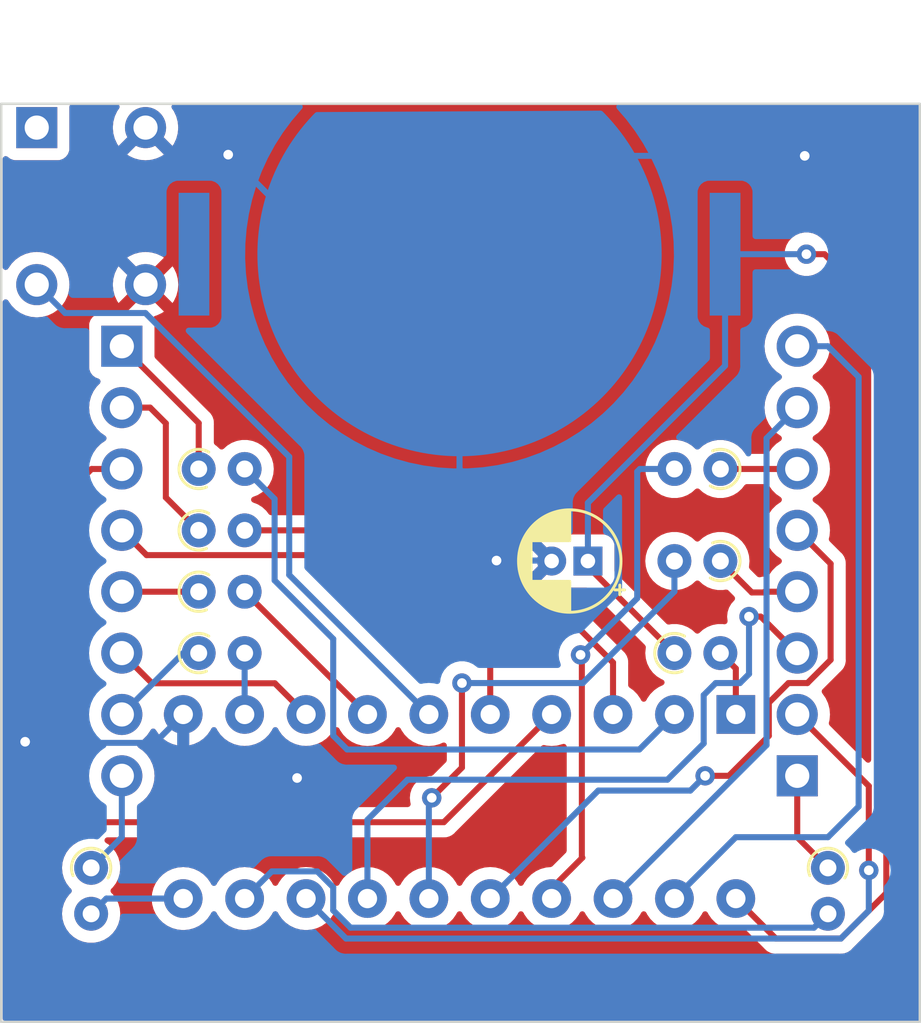
<source format=kicad_pcb>
(kicad_pcb (version 20221018) (generator pcbnew)
  (layers (0 "F.Cu" signal) (31 "B.Cu" signal) (34 "B.Paste" user) (35 "F.Paste" user) (36 "B.SilkS" user "B.Silkscreen") (37 "F.SilkS" user "F.Silkscreen") (38 "B.Mask" user) (39 "F.Mask" user) (44 "Edge.Cuts" user))
  (net 0 "")
  (net 1 "+3V0")
  (net 2 "GND")
  (net 3 "Net-(J1-Pin_1)")
  (net 4 "Net-(J1-Pin_2)")
  (net 5 "COL2")
  (net 6 "COL3")
  (net 7 "Net-(J1-Pin_5)")
  (net 8 "COL5")
  (net 9 "Net-(J1-Pin_7)")
  (net 10 "Net-(J1-Pin_8)")
  (net 11 "Net-(J2-Pin_1)")
  (net 12 "COL4")
  (net 13 "COL6")
  (net 14 "Net-(J2-Pin_4)")
  (net 15 "COL1")
  (net 16 "Net-(J2-Pin_6)")
  (net 17 "COL7")
  (net 18 "COL8")
  (net 19 "ROW1")
  (net 20 "ROW2")
  (net 21 "ROW3")
  (net 22 "ROW4")
  (net 23 "ROW5")
  (net 24 "ROW6")
  (net 25 "ROW7")
  (net 26 "ROW8")
  (net 27 "Net-(U1-PA2{slash}~{RESET})")
  (net 28 "Net-(U1-PD2)")
  (footprint "Resistor_THT:R_Axial_DIN0204_L3.6mm_D1.6mm_P1.90mm_Vertical" (layer "F.Cu") (at 158.26 101.27 180)
    (fp_text reference "R4" hide)
    (fp_text value "100R" hide)
    (fp_arc (start 0.320095 0.749359) (mid -0.813042 -0.054435) (end 0.417133 -0.7) (stroke (width 0.12)) (layer "F.SilkS"))
    (pad "1" thru_hole circle (at 0 0 180) (size 1.4 1.4) (drill 0.7) (layers "*.Cu" "*.Mask") (net 14 "Net-(J2-Pin_4)"))
    (pad "2" thru_hole oval (at 1.9 0 180) (size 1.4 1.4) (drill 0.7) (layers "*.Cu" "*.Mask") (net 22 "ROW4"))
  )
  (footprint "Resistor_THT:R_Axial_DIN0204_L3.6mm_D1.6mm_P1.90mm_Vertical" (layer "F.Cu") (at 156.36 105.08)
    (fp_text reference "R9" hide)
    (fp_text value "10K" hide)
    (fp_arc (start 0.320095 0.749359) (mid -0.813042 -0.054435) (end 0.417133 -0.7) (stroke (width 0.12)) (layer "F.SilkS"))
    (pad "1" thru_hole circle (at 0 0) (size 1.4 1.4) (drill 0.7) (layers "*.Cu" "*.Mask") (net 1 "+3V0"))
    (pad "2" thru_hole oval (at 1.9 0) (size 1.4 1.4) (drill 0.7) (layers "*.Cu" "*.Mask") (net 27 "Net-(U1-PA2{slash}~{RESET})"))
  )
  (footprint "Resistor_THT:R_Axial_DIN0204_L3.6mm_D1.6mm_P1.90mm_Vertical" (layer "F.Cu") (at 136.68 102.54)
    (fp_text reference "R8" hide)
    (fp_text value "100R" hide)
    (fp_arc (start 0.320095 0.749359) (mid -0.813042 -0.054435) (end 0.417133 -0.7) (stroke (width 0.12)) (layer "F.SilkS"))
    (pad "1" thru_hole circle (at 0 0) (size 1.4 1.4) (drill 0.7) (layers "*.Cu" "*.Mask") (net 7 "Net-(J1-Pin_5)"))
    (pad "2" thru_hole oval (at 1.9 0) (size 1.4 1.4) (drill 0.7) (layers "*.Cu" "*.Mask") (net 26 "ROW8"))
  )
  (footprint "Resistor_THT:R_Axial_DIN0204_L3.6mm_D1.6mm_P1.90mm_Vertical" (layer "F.Cu") (at 132.23 113.97 -90)
    (fp_text reference "R3" hide)
    (fp_text value "100R" hide)
    (fp_arc (start 0.320095 0.749359) (mid -0.813042 -0.054435) (end 0.417133 -0.7) (stroke (width 0.12)) (layer "F.SilkS"))
    (pad "1" thru_hole circle (at 0 0 270) (size 1.4 1.4) (drill 0.7) (layers "*.Cu" "*.Mask") (net 10 "Net-(J1-Pin_8)"))
    (pad "2" thru_hole oval (at 1.9 0 270) (size 1.4 1.4) (drill 0.7) (layers "*.Cu" "*.Mask") (net 21 "ROW3"))
  )
  (footprint "Resistor_THT:R_Axial_DIN0204_L3.6mm_D1.6mm_P1.90mm_Vertical" (layer "F.Cu") (at 158.26 97.46 180)
    (fp_text reference "R2" hide)
    (fp_text value "100R" hide)
    (fp_arc (start 0.320095 0.749359) (mid -0.813042 -0.054435) (end 0.417133 -0.7) (stroke (width 0.12)) (layer "F.SilkS"))
    (pad "1" thru_hole circle (at 0 0 180) (size 1.4 1.4) (drill 0.7) (layers "*.Cu" "*.Mask") (net 16 "Net-(J2-Pin_6)"))
    (pad "2" thru_hole oval (at 1.9 0 180) (size 1.4 1.4) (drill 0.7) (layers "*.Cu" "*.Mask") (net 20 "ROW2"))
  )
  (footprint "Resistor_THT:R_Axial_DIN0204_L3.6mm_D1.6mm_P1.90mm_Vertical" (layer "F.Cu") (at 136.68 97.46)
    (fp_text reference "R5" hide)
    (fp_text value "100R" hide)
    (fp_arc (start 0.320095 0.749359) (mid -0.813042 -0.054435) (end 0.417133 -0.7) (stroke (width 0.12)) (layer "F.SilkS"))
    (pad "1" thru_hole circle (at 0 0) (size 1.4 1.4) (drill 0.7) (layers "*.Cu" "*.Mask") (net 3 "Net-(J1-Pin_1)"))
    (pad "2" thru_hole oval (at 1.9 0) (size 1.4 1.4) (drill 0.7) (layers "*.Cu" "*.Mask") (net 23 "ROW5"))
  )
  (footprint "Resistor_THT:R_Axial_DIN0204_L3.6mm_D1.6mm_P1.90mm_Vertical" (layer "F.Cu") (at 136.68 100)
    (fp_text reference "R7" hide)
    (fp_text value "100R" hide)
    (fp_arc (start 0.320095 0.749359) (mid -0.813042 -0.054435) (end 0.417133 -0.7) (stroke (width 0.12)) (layer "F.SilkS"))
    (pad "1" thru_hole circle (at 0 0) (size 1.4 1.4) (drill 0.7) (layers "*.Cu" "*.Mask") (net 4 "Net-(J1-Pin_2)"))
    (pad "2" thru_hole oval (at 1.9 0) (size 1.4 1.4) (drill 0.7) (layers "*.Cu" "*.Mask") (net 25 "ROW7"))
  )
  (footprint "Connector_PinSocket_2.54mm:PinSocket_1x08_P2.54mm_Vertical" (layer "F.Cu") (at 161.44 110.16 180)
    (fp_text reference "J2" hide)
    (fp_text value "Conn_01x08_Pin" hide)
    (pad "1" thru_hole rect (at 0 0 180) (size 1.7 1.7) (drill 1) (layers "*.Cu" "*.Mask") (net 11 "Net-(J2-Pin_1)"))
    (pad "2" thru_hole oval (at 0 2.54 180) (size 1.7 1.7) (drill 1) (layers "*.Cu" "*.Mask") (net 12 "COL4"))
    (pad "3" thru_hole oval (at 0 5.08 180) (size 1.7 1.7) (drill 1) (layers "*.Cu" "*.Mask") (net 13 "COL6"))
    (pad "4" thru_hole oval (at 0 7.62 180) (size 1.7 1.7) (drill 1) (layers "*.Cu" "*.Mask") (net 14 "Net-(J2-Pin_4)"))
    (pad "5" thru_hole oval (at 0 10.16 180) (size 1.7 1.7) (drill 1) (layers "*.Cu" "*.Mask") (net 15 "COL1"))
    (pad "6" thru_hole oval (at 0 12.7 180) (size 1.7 1.7) (drill 1) (layers "*.Cu" "*.Mask") (net 16 "Net-(J2-Pin_6)"))
    (pad "7" thru_hole oval (at 0 15.24 180) (size 1.7 1.7) (drill 1) (layers "*.Cu" "*.Mask") (net 17 "COL7"))
    (pad "8" thru_hole oval (at 0 17.78 180) (size 1.7 1.7) (drill 1) (layers "*.Cu" "*.Mask") (net 18 "COL8"))
  )
  (footprint "Capacitor_THT:CP_Radial_D4.0mm_P1.50mm" (layer "F.Cu") (at 152.78 101.27 180)
    (fp_text reference "C1" hide)
    (fp_text value "10uF" hide)
    (fp_line (start -1.519801 -1.195) (end -1.119801 -1.195) (stroke (width 0.12)) (layer "F.SilkS"))
    (fp_line (start -1.319801 -1.395) (end -1.319801 -0.995) (stroke (width 0.12)) (layer "F.SilkS"))
    (fp_line (start 0.75 -2.08) (end 0.75 -0.84) (stroke (width 0.12)) (layer "F.SilkS"))
    (fp_line (start 0.75 0.84) (end 0.75 2.08) (stroke (width 0.12)) (layer "F.SilkS"))
    (fp_line (start 0.79 -2.08) (end 0.79 -0.84) (stroke (width 0.12)) (layer "F.SilkS"))
    (fp_line (start 0.79 0.84) (end 0.79 2.08) (stroke (width 0.12)) (layer "F.SilkS"))
    (fp_line (start 0.83 -2.079) (end 0.83 -0.84) (stroke (width 0.12)) (layer "F.SilkS"))
    (fp_line (start 0.83 0.84) (end 0.83 2.079) (stroke (width 0.12)) (layer "F.SilkS"))
    (fp_line (start 0.87 -2.077) (end 0.87 -0.84) (stroke (width 0.12)) (layer "F.SilkS"))
    (fp_line (start 0.87 0.84) (end 0.87 2.077) (stroke (width 0.12)) (layer "F.SilkS"))
    (fp_line (start 0.91 -2.074) (end 0.91 -0.84) (stroke (width 0.12)) (layer "F.SilkS"))
    (fp_line (start 0.91 0.84) (end 0.91 2.074) (stroke (width 0.12)) (layer "F.SilkS"))
    (fp_line (start 0.95 -2.071) (end 0.95 -0.84) (stroke (width 0.12)) (layer "F.SilkS"))
    (fp_line (start 0.95 0.84) (end 0.95 2.071) (stroke (width 0.12)) (layer "F.SilkS"))
    (fp_line (start 0.99 -2.067) (end 0.99 -0.84) (stroke (width 0.12)) (layer "F.SilkS"))
    (fp_line (start 0.99 0.84) (end 0.99 2.067) (stroke (width 0.12)) (layer "F.SilkS"))
    (fp_line (start 1.03 -2.062) (end 1.03 -0.84) (stroke (width 0.12)) (layer "F.SilkS"))
    (fp_line (start 1.03 0.84) (end 1.03 2.062) (stroke (width 0.12)) (layer "F.SilkS"))
    (fp_line (start 1.07 -2.056) (end 1.07 -0.84) (stroke (width 0.12)) (layer "F.SilkS"))
    (fp_line (start 1.07 0.84) (end 1.07 2.056) (stroke (width 0.12)) (layer "F.SilkS"))
    (fp_line (start 1.11 -2.05) (end 1.11 -0.84) (stroke (width 0.12)) (layer "F.SilkS"))
    (fp_line (start 1.11 0.84) (end 1.11 2.05) (stroke (width 0.12)) (layer "F.SilkS"))
    (fp_line (start 1.15 -2.042) (end 1.15 -0.84) (stroke (width 0.12)) (layer "F.SilkS"))
    (fp_line (start 1.15 0.84) (end 1.15 2.042) (stroke (width 0.12)) (layer "F.SilkS"))
    (fp_line (start 1.19 -2.034) (end 1.19 -0.84) (stroke (width 0.12)) (layer "F.SilkS"))
    (fp_line (start 1.19 0.84) (end 1.19 2.034) (stroke (width 0.12)) (layer "F.SilkS"))
    (fp_line (start 1.23 -2.025) (end 1.23 -0.84) (stroke (width 0.12)) (layer "F.SilkS"))
    (fp_line (start 1.23 0.84) (end 1.23 2.025) (stroke (width 0.12)) (layer "F.SilkS"))
    (fp_line (start 1.27 -2.016) (end 1.27 -0.84) (stroke (width 0.12)) (layer "F.SilkS"))
    (fp_line (start 1.27 0.84) (end 1.27 2.016) (stroke (width 0.12)) (layer "F.SilkS"))
    (fp_line (start 1.31 -2.005) (end 1.31 -0.84) (stroke (width 0.12)) (layer "F.SilkS"))
    (fp_line (start 1.31 0.84) (end 1.31 2.005) (stroke (width 0.12)) (layer "F.SilkS"))
    (fp_line (start 1.35 -1.994) (end 1.35 -0.84) (stroke (width 0.12)) (layer "F.SilkS"))
    (fp_line (start 1.35 0.84) (end 1.35 1.994) (stroke (width 0.12)) (layer "F.SilkS"))
    (fp_line (start 1.39 -1.982) (end 1.39 -0.84) (stroke (width 0.12)) (layer "F.SilkS"))
    (fp_line (start 1.39 0.84) (end 1.39 1.982) (stroke (width 0.12)) (layer "F.SilkS"))
    (fp_line (start 1.43 -1.968) (end 1.43 -0.84) (stroke (width 0.12)) (layer "F.SilkS"))
    (fp_line (start 1.43 0.84) (end 1.43 1.968) (stroke (width 0.12)) (layer "F.SilkS"))
    (fp_line (start 1.471 -1.954) (end 1.471 -0.84) (stroke (width 0.12)) (layer "F.SilkS"))
    (fp_line (start 1.471 0.84) (end 1.471 1.954) (stroke (width 0.12)) (layer "F.SilkS"))
    (fp_line (start 1.511 -1.94) (end 1.511 -0.84) (stroke (width 0.12)) (layer "F.SilkS"))
    (fp_line (start 1.511 0.84) (end 1.511 1.94) (stroke (width 0.12)) (layer "F.SilkS"))
    (fp_line (start 1.551 -1.924) (end 1.551 -0.84) (stroke (width 0.12)) (layer "F.SilkS"))
    (fp_line (start 1.551 0.84) (end 1.551 1.924) (stroke (width 0.12)) (layer "F.SilkS"))
    (fp_line (start 1.591 -1.907) (end 1.591 -0.84) (stroke (width 0.12)) (layer "F.SilkS"))
    (fp_line (start 1.591 0.84) (end 1.591 1.907) (stroke (width 0.12)) (layer "F.SilkS"))
    (fp_line (start 1.631 -1.889) (end 1.631 -0.84) (stroke (width 0.12)) (layer "F.SilkS"))
    (fp_line (start 1.631 0.84) (end 1.631 1.889) (stroke (width 0.12)) (layer "F.SilkS"))
    (fp_line (start 1.671 -1.87) (end 1.671 -0.84) (stroke (width 0.12)) (layer "F.SilkS"))
    (fp_line (start 1.671 0.84) (end 1.671 1.87) (stroke (width 0.12)) (layer "F.SilkS"))
    (fp_line (start 1.711 -1.851) (end 1.711 -0.84) (stroke (width 0.12)) (layer "F.SilkS"))
    (fp_line (start 1.711 0.84) (end 1.711 1.851) (stroke (width 0.12)) (layer "F.SilkS"))
    (fp_line (start 1.751 -1.83) (end 1.751 -0.84) (stroke (width 0.12)) (layer "F.SilkS"))
    (fp_line (start 1.751 0.84) (end 1.751 1.83) (stroke (width 0.12)) (layer "F.SilkS"))
    (fp_line (start 1.791 -1.808) (end 1.791 -0.84) (stroke (width 0.12)) (layer "F.SilkS"))
    (fp_line (start 1.791 0.84) (end 1.791 1.808) (stroke (width 0.12)) (layer "F.SilkS"))
    (fp_line (start 1.831 -1.785) (end 1.831 -0.84) (stroke (width 0.12)) (layer "F.SilkS"))
    (fp_line (start 1.831 0.84) (end 1.831 1.785) (stroke (width 0.12)) (layer "F.SilkS"))
    (fp_line (start 1.871 -1.76) (end 1.871 -0.84) (stroke (width 0.12)) (layer "F.SilkS"))
    (fp_line (start 1.871 0.84) (end 1.871 1.76) (stroke (width 0.12)) (layer "F.SilkS"))
    (fp_line (start 1.911 -1.735) (end 1.911 -0.84) (stroke (width 0.12)) (layer "F.SilkS"))
    (fp_line (start 1.911 0.84) (end 1.911 1.735) (stroke (width 0.12)) (layer "F.SilkS"))
    (fp_line (start 1.951 -1.708) (end 1.951 -0.84) (stroke (width 0.12)) (layer "F.SilkS"))
    (fp_line (start 1.951 0.84) (end 1.951 1.708) (stroke (width 0.12)) (layer "F.SilkS"))
    (fp_line (start 1.991 -1.68) (end 1.991 -0.84) (stroke (width 0.12)) (layer "F.SilkS"))
    (fp_line (start 1.991 0.84) (end 1.991 1.68) (stroke (width 0.12)) (layer "F.SilkS"))
    (fp_line (start 2.031 -1.65) (end 2.031 -0.84) (stroke (width 0.12)) (layer "F.SilkS"))
    (fp_line (start 2.031 0.84) (end 2.031 1.65) (stroke (width 0.12)) (layer "F.SilkS"))
    (fp_line (start 2.071 -1.619) (end 2.071 -0.84) (stroke (width 0.12)) (layer "F.SilkS"))
    (fp_line (start 2.071 0.84) (end 2.071 1.619) (stroke (width 0.12)) (layer "F.SilkS"))
    (fp_line (start 2.111 -1.587) (end 2.111 -0.84) (stroke (width 0.12)) (layer "F.SilkS"))
    (fp_line (start 2.111 0.84) (end 2.111 1.587) (stroke (width 0.12)) (layer "F.SilkS"))
    (fp_line (start 2.151 -1.552) (end 2.151 -0.84) (stroke (width 0.12)) (layer "F.SilkS"))
    (fp_line (start 2.151 0.84) (end 2.151 1.552) (stroke (width 0.12)) (layer "F.SilkS"))
    (fp_line (start 2.191 -1.516) (end 2.191 -0.84) (stroke (width 0.12)) (layer "F.SilkS"))
    (fp_line (start 2.191 0.84) (end 2.191 1.516) (stroke (width 0.12)) (layer "F.SilkS"))
    (fp_line (start 2.231 -1.478) (end 2.231 -0.84) (stroke (width 0.12)) (layer "F.SilkS"))
    (fp_line (start 2.231 0.84) (end 2.231 1.478) (stroke (width 0.12)) (layer "F.SilkS"))
    (fp_line (start 2.271 -1.438) (end 2.271 -0.84) (stroke (width 0.12)) (layer "F.SilkS"))
    (fp_line (start 2.271 0.84) (end 2.271 1.438) (stroke (width 0.12)) (layer "F.SilkS"))
    (fp_line (start 2.311 -1.396) (end 2.311 -0.84) (stroke (width 0.12)) (layer "F.SilkS"))
    (fp_line (start 2.311 0.84) (end 2.311 1.396) (stroke (width 0.12)) (layer "F.SilkS"))
    (fp_line (start 2.351 -1.351) (end 2.351 1.351) (stroke (width 0.12)) (layer "F.SilkS"))
    (fp_line (start 2.391 -1.304) (end 2.391 1.304) (stroke (width 0.12)) (layer "F.SilkS"))
    (fp_line (start 2.431 -1.254) (end 2.431 1.254) (stroke (width 0.12)) (layer "F.SilkS"))
    (fp_line (start 2.471 -1.2) (end 2.471 1.2) (stroke (width 0.12)) (layer "F.SilkS"))
    (fp_line (start 2.511 -1.142) (end 2.511 1.142) (stroke (width 0.12)) (layer "F.SilkS"))
    (fp_line (start 2.551 -1.08) (end 2.551 1.08) (stroke (width 0.12)) (layer "F.SilkS"))
    (fp_line (start 2.591 -1.013) (end 2.591 1.013) (stroke (width 0.12)) (layer "F.SilkS"))
    (fp_line (start 2.631 -0.94) (end 2.631 0.94) (stroke (width 0.12)) (layer "F.SilkS"))
    (fp_line (start 2.671 -0.859) (end 2.671 0.859) (stroke (width 0.12)) (layer "F.SilkS"))
    (fp_line (start 2.711 -0.768) (end 2.711 0.768) (stroke (width 0.12)) (layer "F.SilkS"))
    (fp_line (start 2.751 -0.664) (end 2.751 0.664) (stroke (width 0.12)) (layer "F.SilkS"))
    (fp_line (start 2.791 -0.537) (end 2.791 0.537) (stroke (width 0.12)) (layer "F.SilkS"))
    (fp_line (start 2.831 -0.37) (end 2.831 0.37) (stroke (width 0.12)) (layer "F.SilkS"))
    (fp_circle (center 0.75 0) (end 2.87 0) (stroke (width 0.12)) (fill none) (layer "F.SilkS"))
    (pad "1" thru_hole rect (at 0 0 180) (size 1.2 1.2) (drill 0.6) (layers "*.Cu" "*.Mask") (net 1 "+3V0"))
    (pad "2" thru_hole circle (at 1.5 0 180) (size 1.2 1.2) (drill 0.6) (layers "*.Cu" "*.Mask") (net 2 "GND"))
  )
  (footprint "Resistor_THT:R_Axial_DIN0204_L3.6mm_D1.6mm_P1.90mm_Vertical" (layer "F.Cu") (at 136.68 105.08)
    (fp_text reference "R6" hide)
    (fp_text value "100R" hide)
    (fp_arc (start 0.320095 0.749359) (mid -0.813042 -0.054435) (end 0.417133 -0.7) (stroke (width 0.12)) (layer "F.SilkS"))
    (pad "1" thru_hole circle (at 0 0) (size 1.4 1.4) (drill 0.7) (layers "*.Cu" "*.Mask") (net 9 "Net-(J1-Pin_7)"))
    (pad "2" thru_hole oval (at 1.9 0) (size 1.4 1.4) (drill 0.7) (layers "*.Cu" "*.Mask") (net 24 "ROW6"))
  )
  (footprint "Connector_PinSocket_2.54mm:PinSocket_1x08_P2.54mm_Vertical" (layer "F.Cu") (at 133.5 92.38)
    (fp_text reference "J1" hide)
    (fp_text value "Conn_01x08_Pin" hide)
    (pad "1" thru_hole rect (at 0 0) (size 1.7 1.7) (drill 1) (layers "*.Cu" "*.Mask") (net 3 "Net-(J1-Pin_1)"))
    (pad "2" thru_hole oval (at 0 2.54) (size 1.7 1.7) (drill 1) (layers "*.Cu" "*.Mask") (net 4 "Net-(J1-Pin_2)"))
    (pad "3" thru_hole oval (at 0 5.08) (size 1.7 1.7) (drill 1) (layers "*.Cu" "*.Mask") (net 5 "COL2"))
    (pad "4" thru_hole oval (at 0 7.62) (size 1.7 1.7) (drill 1) (layers "*.Cu" "*.Mask") (net 6 "COL3"))
    (pad "5" thru_hole oval (at 0 10.16) (size 1.7 1.7) (drill 1) (layers "*.Cu" "*.Mask") (net 7 "Net-(J1-Pin_5)"))
    (pad "6" thru_hole oval (at 0 12.7) (size 1.7 1.7) (drill 1) (layers "*.Cu" "*.Mask") (net 8 "COL5"))
    (pad "7" thru_hole oval (at 0 15.24) (size 1.7 1.7) (drill 1) (layers "*.Cu" "*.Mask") (net 9 "Net-(J1-Pin_7)"))
    (pad "8" thru_hole oval (at 0 17.78) (size 1.7 1.7) (drill 1) (layers "*.Cu" "*.Mask") (net 10 "Net-(J1-Pin_8)"))
  )
  (footprint "Package_DIP:DIP-20_W7.62mm" (layer "F.Cu") (at 158.9 107.62 -90)
    (fp_text reference "U1" hide)
    (fp_text value "ATtiny2313-20P" hide)
    (pad "1" thru_hole rect (at 0 0 270) (size 1.6 1.6) (drill 0.8) (layers "*.Cu" "*.Mask") (net 27 "Net-(U1-PA2{slash}~{RESET})"))
    (pad "2" thru_hole oval (at 0 2.54 270) (size 1.6 1.6) (drill 0.8) (layers "*.Cu" "*.Mask") (net 23 "ROW5"))
    (pad "3" thru_hole oval (at 0 5.08 270) (size 1.6 1.6) (drill 0.8) (layers "*.Cu" "*.Mask") (net 25 "ROW7"))
    (pad "4" thru_hole oval (at 0 7.62 270) (size 1.6 1.6) (drill 0.8) (layers "*.Cu" "*.Mask") (net 5 "COL2"))
    (pad "5" thru_hole oval (at 0 10.16 270) (size 1.6 1.6) (drill 0.8) (layers "*.Cu" "*.Mask") (net 6 "COL3"))
    (pad "6" thru_hole oval (at 0 12.7 270) (size 1.6 1.6) (drill 0.8) (layers "*.Cu" "*.Mask") (net 28 "Net-(U1-PD2)"))
    (pad "7" thru_hole oval (at 0 15.24 270) (size 1.6 1.6) (drill 0.8) (layers "*.Cu" "*.Mask") (net 26 "ROW8"))
    (pad "8" thru_hole oval (at 0 17.78 270) (size 1.6 1.6) (drill 0.8) (layers "*.Cu" "*.Mask") (net 8 "COL5"))
    (pad "9" thru_hole oval (at 0 20.32 270) (size 1.6 1.6) (drill 0.8) (layers "*.Cu" "*.Mask") (net 24 "ROW6"))
    (pad "10" thru_hole oval (at 0 22.86 270) (size 1.6 1.6) (drill 0.8) (layers "*.Cu" "*.Mask") (net 2 "GND"))
    (pad "11" thru_hole oval (at 7.62 22.86 270) (size 1.6 1.6) (drill 0.8) (layers "*.Cu" "*.Mask") (net 21 "ROW3"))
    (pad "12" thru_hole oval (at 7.62 20.32 270) (size 1.6 1.6) (drill 0.8) (layers "*.Cu" "*.Mask") (net 19 "ROW1"))
    (pad "13" thru_hole oval (at 7.62 17.78 270) (size 1.6 1.6) (drill 0.8) (layers "*.Cu" "*.Mask") (net 12 "COL4"))
    (pad "14" thru_hole oval (at 7.62 15.24 270) (size 1.6 1.6) (drill 0.8) (layers "*.Cu" "*.Mask") (net 13 "COL6"))
    (pad "15" thru_hole oval (at 7.62 12.7 270) (size 1.6 1.6) (drill 0.8) (layers "*.Cu" "*.Mask") (net 22 "ROW4"))
    (pad "16" thru_hole oval (at 7.62 10.16 270) (size 1.6 1.6) (drill 0.8) (layers "*.Cu" "*.Mask") (net 15 "COL1"))
    (pad "17" thru_hole oval (at 7.62 7.62 270) (size 1.6 1.6) (drill 0.8) (layers "*.Cu" "*.Mask") (net 20 "ROW2"))
    (pad "18" thru_hole oval (at 7.62 5.08 270) (size 1.6 1.6) (drill 0.8) (layers "*.Cu" "*.Mask") (net 17 "COL7"))
    (pad "19" thru_hole oval (at 7.62 2.54 270) (size 1.6 1.6) (drill 0.8) (layers "*.Cu" "*.Mask") (net 18 "COL8"))
    (pad "20" thru_hole oval (at 7.62 0 270) (size 1.6 1.6) (drill 0.8) (layers "*.Cu" "*.Mask") (net 1 "+3V0"))
  )
  (footprint "Resistor_THT:R_Axial_DIN0204_L3.6mm_D1.6mm_P1.90mm_Vertical" (layer "F.Cu") (at 162.71 113.97 -90)
    (fp_text reference "R1" hide)
    (fp_text value "100R" hide)
    (fp_arc (start 0.320095 0.749359) (mid -0.813042 -0.054435) (end 0.417133 -0.7) (stroke (width 0.12)) (layer "F.SilkS"))
    (pad "1" thru_hole circle (at 0 0 270) (size 1.4 1.4) (drill 0.7) (layers "*.Cu" "*.Mask") (net 11 "Net-(J2-Pin_1)"))
    (pad "2" thru_hole oval (at 1.9 0 270) (size 1.4 1.4) (drill 0.7) (layers "*.Cu" "*.Mask") (net 19 "ROW1"))
  )
  (footprint "Battery:BatteryHolder_Keystone_3034_1x20mm" (layer "B.Cu") (at 147.47 88.57)
    (fp_text reference "BT1" hide)
    (fp_text value "3V" hide)
    (pad "1" smd rect (at -10.985 0) (size 1.27 5.08) (layers "B.Cu" "B.Paste" "B.Mask") (net 1 "+3V0"))
    (pad "1" smd rect (at 10.985 0) (size 1.27 5.08) (layers "B.Cu" "B.Paste" "B.Mask") (net 1 "+3V0"))
    (pad "2" smd custom (at 0 0) (size 8.385846 8.385846) (layers "B.Cu" "B.Mask") (net 2 "GND") (options (clearance outline) (anchor circle)) (primitives (gr_poly (pts (arc (start -5.900708 -5.782695) (mid 0.041724 8.26173) (end 5.842 -5.842))) (width 0.2) (fill yes))))
  )
  (footprint "Button_Switch_THT:SW_TH_Tactile_Omron_B3F-10xx" (layer "B.Cu") (at 129.98 83.33 -90)
    (fp_text reference "SW1" hide)
    (fp_text value "SW_Push" hide)
    (pad "1" thru_hole rect (at 0 0 270) (size 1.7 1.7) (drill 1) (layers "*.Cu" "*.Mask") (net 28 "Net-(U1-PD2)"))
    (pad "1" thru_hole circle (at 6.5 0 270) (size 1.7 1.7) (drill 1) (layers "*.Cu" "*.Mask") (net 28 "Net-(U1-PD2)"))
    (pad "2" thru_hole circle (at 0 -4.5 270) (size 1.7 1.7) (drill 1) (layers "*.Cu" "*.Mask") (net 2 "GND"))
    (pad "2" thru_hole circle (at 6.5 -4.5 270) (size 1.7 1.7) (drill 1) (layers "*.Cu" "*.Mask") (net 2 "GND"))
  )
  (gr_rect (start 128.51 82.345) (end 166.51 120.345) (stroke (width 0.1)) (fill none) (layer "Edge.Cuts"))
  (segment (start 165.1255 91.1255) (end 162.57 88.57) (width 0.25) (layer "F.Cu") (net 1))
  (segment (start 152.78 101.5) (end 152.78 101.27) (width 0.25) (layer "F.Cu") (net 1))
  (segment (start 163.245 116.895) (end 165.07 115.07) (width 0.25) (layer "F.Cu") (net 1))
  (segment (start 158.9 115.24) (end 160.555 116.895) (width 0.25) (layer "F.Cu") (net 1))
  (segment (start 160.555 116.895) (end 163.245 116.895) (width 0.25) (layer "F.Cu") (net 1))
  (segment (start 162.57 88.57) (end 161.82 88.57) (width 0.25) (layer "F.Cu") (net 1))
  (segment (start 156.36 105.08) (end 152.78 101.5) (width 0.25) (layer "F.Cu") (net 1))
  (segment (start 165.07 115.07) (end 165.1255 115.0145) (width 0.25) (layer "F.Cu") (net 1))
  (segment (start 165.1255 115.0145) (end 165.1255 91.1255) (width 0.25) (layer "F.Cu") (net 1))
  (via (at 161.82 88.57) (size 0.8) (drill 0.4) (layers "F.Cu" "B.Cu") (net 1))
  (segment (start 158.455 93.185) (end 158.455 88.57) (width 0.25) (layer "B.Cu") (net 1))
  (segment (start 152.78 98.86) (end 158.455 93.185) (width 0.25) (layer "B.Cu") (net 1))
  (segment (start 152.78 101.27) (end 152.78 98.86) (width 0.25) (layer "B.Cu") (net 1))
  (segment (start 161.82 88.57) (end 158.455 88.57) (width 0.25) (layer "B.Cu") (net 1))
  (via (at 140.75 110.25) (size 0.8) (drill 0.4) (layers "F.Cu" "B.Cu") (net 2))
  (via (at 161.75 84.5) (size 0.8) (drill 0.4) (layers "F.Cu" "B.Cu") (net 2))
  (via (at 137.9 84.45) (size 0.8) (drill 0.4) (layers "F.Cu" "B.Cu") (net 2))
  (via (at 149 101.25) (size 0.8) (drill 0.4) (layers "F.Cu" "B.Cu") (net 2))
  (via (at 129.5 108.75) (size 0.8) (drill 0.4) (layers "F.Cu" "B.Cu") (net 2))
  (segment (start 151.26 101.25) (end 151.28 101.27) (width 0.25) (layer "B.Cu") (net 2))
  (segment (start 147.47 88.57) (end 151.54 84.5) (width 0.25) (layer "B.Cu") (net 2))
  (segment (start 129.5 108.75) (end 129.545 108.795) (width 0.25) (layer "B.Cu") (net 2))
  (segment (start 142.02 88.57) (end 147.47 88.57) (width 0.25) (layer "B.Cu") (net 2))
  (segment (start 137.9 84.45) (end 142.02 88.57) (width 0.25) (layer "B.Cu") (net 2))
  (segment (start 151.54 84.5) (end 161.75 84.5) (width 0.25) (layer "B.Cu") (net 2))
  (segment (start 147.47 88.57) (end 147.47 97.46) (width 0.25) (layer "B.Cu") (net 2))
  (segment (start 129.545 108.795) (end 134.865 108.795) (width 0.25) (layer "B.Cu") (net 2))
  (segment (start 147.47 97.46) (end 151.28 101.27) (width 0.25) (layer "B.Cu") (net 2))
  (segment (start 134.865 108.795) (end 136.04 107.62) (width 0.25) (layer "B.Cu") (net 2))
  (segment (start 149 101.25) (end 151.26 101.25) (width 0.25) (layer "B.Cu") (net 2))
  (segment (start 133.5 92.38) (end 136.68 95.56) (width 0.25) (layer "F.Cu") (net 3))
  (segment (start 136.68 95.56) (end 136.68 97.46) (width 0.25) (layer "F.Cu") (net 3))
  (segment (start 133.5 94.92) (end 134.67 94.92) (width 0.25) (layer "F.Cu") (net 4))
  (segment (start 135.32 98.64) (end 136.68 100) (width 0.25) (layer "F.Cu") (net 4))
  (segment (start 134.67 94.92) (end 135.32 95.57) (width 0.25) (layer "F.Cu") (net 4))
  (segment (start 135.32 95.57) (end 135.32 98.64) (width 0.25) (layer "F.Cu") (net 4))
  (segment (start 132.25 97.46) (end 130.88 98.83) (width 0.25) (layer "F.Cu") (net 5))
  (segment (start 131.63 112.08) (end 146.82 112.08) (width 0.25) (layer "F.Cu") (net 5))
  (segment (start 130.88 98.83) (end 130.88 111.33) (width 0.25) (layer "F.Cu") (net 5))
  (segment (start 133.5 97.46) (end 132.25 97.46) (width 0.25) (layer "F.Cu") (net 5))
  (segment (start 130.88 111.33) (end 131.63 112.08) (width 0.25) (layer "F.Cu") (net 5))
  (segment (start 146.82 112.08) (end 151.28 107.62) (width 0.25) (layer "F.Cu") (net 5))
  (segment (start 145.955 101.025) (end 148.74 103.81) (width 0.25) (layer "F.Cu") (net 6))
  (segment (start 133.5 100) (end 134.525 101.025) (width 0.25) (layer "F.Cu") (net 6))
  (segment (start 134.525 101.025) (end 145.955 101.025) (width 0.25) (layer "F.Cu") (net 6))
  (segment (start 148.74 103.81) (end 148.74 107.62) (width 0.25) (layer "F.Cu") (net 6))
  (segment (start 133.5 102.54) (end 136.68 102.54) (width 0.25) (layer "F.Cu") (net 7))
  (segment (start 133.5 105.08) (end 134.75 106.33) (width 0.25) (layer "F.Cu") (net 8))
  (segment (start 139.83 106.33) (end 141.12 107.62) (width 0.25) (layer "F.Cu") (net 8))
  (segment (start 134.75 106.33) (end 139.83 106.33) (width 0.25) (layer "F.Cu") (net 8))
  (segment (start 133.5 107.62) (end 136.04 105.08) (width 0.25) (layer "B.Cu") (net 9))
  (segment (start 136.04 105.08) (end 136.68 105.08) (width 0.25) (layer "B.Cu") (net 9))
  (segment (start 133.5 110.16) (end 133.5 112.7) (width 0.25) (layer "B.Cu") (net 10))
  (segment (start 133.5 112.7) (end 132.23 113.97) (width 0.25) (layer "B.Cu") (net 10))
  (segment (start 161.44 110.16) (end 161.44 112.7) (width 0.25) (layer "F.Cu") (net 11))
  (segment (start 161.44 112.7) (end 162.71 113.97) (width 0.25) (layer "F.Cu") (net 11))
  (segment (start 164.4005 110.5805) (end 164.4005 114.07) (width 0.25) (layer "F.Cu") (net 12))
  (segment (start 161.44 107.62) (end 164.4005 110.5805) (width 0.25) (layer "F.Cu") (net 12))
  (via (at 164.4005 114.07) (size 0.8) (drill 0.4) (layers "F.Cu" "B.Cu") (net 12))
  (segment (start 164.4005 115.7395) (end 164.4005 114.07) (width 0.25) (layer "B.Cu") (net 12))
  (segment (start 142.775 116.895) (end 163.245 116.895) (width 0.25) (layer "B.Cu") (net 12))
  (segment (start 163.245 116.895) (end 164.4005 115.7395) (width 0.25) (layer "B.Cu") (net 12))
  (segment (start 141.12 115.24) (end 142.775 116.895) (width 0.25) (layer "B.Cu") (net 12))
  (segment (start 159.93 103.57) (end 161.44 105.08) (width 0.25) (layer "F.Cu") (net 13))
  (segment (start 159.4455 103.57) (end 159.93 103.57) (width 0.25) (layer "F.Cu") (net 13))
  (via (at 159.4455 103.57) (size 0.8) (drill 0.4) (layers "F.Cu" "B.Cu") (net 13))
  (segment (start 143.66 111.98) (end 145.32 110.32) (width 0.25) (layer "B.Cu") (net 13))
  (segment (start 159.07 106.32) (end 159.4455 105.9445) (width 0.25) (layer "B.Cu") (net 13))
  (segment (start 156.07 110.32) (end 157.57 108.82) (width 0.25) (layer "B.Cu") (net 13))
  (segment (start 157.57 106.82) (end 158.07 106.32) (width 0.25) (layer "B.Cu") (net 13))
  (segment (start 157.57 108.82) (end 157.57 106.82) (width 0.25) (layer "B.Cu") (net 13))
  (segment (start 145.32 110.32) (end 156.07 110.32) (width 0.25) (layer "B.Cu") (net 13))
  (segment (start 158.07 106.32) (end 159.07 106.32) (width 0.25) (layer "B.Cu") (net 13))
  (segment (start 143.66 115.24) (end 143.66 111.98) (width 0.25) (layer "B.Cu") (net 13))
  (segment (start 159.4455 105.9445) (end 159.4455 103.57) (width 0.25) (layer "B.Cu") (net 13))
  (segment (start 160.07 102.57) (end 160.1 102.54) (width 0.25) (layer "F.Cu") (net 14))
  (segment (start 158.26 101.27) (end 159.56 102.57) (width 0.25) (layer "F.Cu") (net 14))
  (segment (start 159.56 102.57) (end 160.07 102.57) (width 0.25) (layer "F.Cu") (net 14))
  (segment (start 160.1 102.54) (end 161.44 102.54) (width 0.25) (layer "F.Cu") (net 14))
  (segment (start 161.078299 106.32) (end 161.861701 106.32) (width 0.25) (layer "F.Cu") (net 15))
  (segment (start 162.82 101.38) (end 161.44 100) (width 0.25) (layer "F.Cu") (net 15))
  (segment (start 160.265 107.133299) (end 161.078299 106.32) (width 0.25) (layer "F.Cu") (net 15))
  (segment (start 161.861701 106.32) (end 162.82 105.361701) (width 0.25) (layer "F.Cu") (net 15))
  (segment (start 157.63 110.16) (end 158.61 110.16) (width 0.25) (layer "F.Cu") (net 15))
  (segment (start 162.82 105.361701) (end 162.82 101.38) (width 0.25) (layer "F.Cu") (net 15))
  (segment (start 158.61 110.16) (end 160.265 108.505) (width 0.25) (layer "F.Cu") (net 15))
  (segment (start 160.265 108.505) (end 160.265 107.133299) (width 0.25) (layer "F.Cu") (net 15))
  (via (at 157.63 110.16) (size 0.8) (drill 0.4) (layers "F.Cu" "B.Cu") (net 15))
  (segment (start 148.74 115.24) (end 153.21 110.77) (width 0.25) (layer "B.Cu") (net 15))
  (segment (start 153.21 110.77) (end 157.02 110.77) (width 0.25) (layer "B.Cu") (net 15))
  (segment (start 157.02 110.77) (end 157.63 110.16) (width 0.25) (layer "B.Cu") (net 15))
  (segment (start 158.26 97.46) (end 161.44 97.46) (width 0.25) (layer "F.Cu") (net 16))
  (segment (start 160.17 108.89) (end 160.17 96.19) (width 0.25) (layer "B.Cu") (net 17))
  (segment (start 153.82 115.24) (end 160.17 108.89) (width 0.25) (layer "B.Cu") (net 17))
  (segment (start 160.17 96.19) (end 161.44 94.92) (width 0.25) (layer "B.Cu") (net 17))
  (segment (start 162.71 92.38) (end 161.44 92.38) (width 0.25) (layer "B.Cu") (net 18))
  (segment (start 156.36 115.24) (end 158.9 112.7) (width 0.25) (layer "B.Cu") (net 18))
  (segment (start 163.98 111.43) (end 163.98 93.65) (width 0.25) (layer "B.Cu") (net 18))
  (segment (start 162.71 112.7) (end 163.98 111.43) (width 0.25) (layer "B.Cu") (net 18))
  (segment (start 158.9 112.7) (end 162.71 112.7) (width 0.25) (layer "B.Cu") (net 18))
  (segment (start 163.98 93.65) (end 162.71 92.38) (width 0.25) (layer "B.Cu") (net 18))
  (segment (start 138.58 115.24) (end 139.705 114.115) (width 0.25) (layer "B.Cu") (net 19))
  (segment (start 139.705 114.115) (end 141.585991 114.115) (width 0.25) (layer "B.Cu") (net 19))
  (segment (start 141.585991 114.115) (end 142.245 114.774009) (width 0.25) (layer "B.Cu") (net 19))
  (segment (start 142.245 115.728604) (end 142.961396 116.445) (width 0.25) (layer "B.Cu") (net 19))
  (segment (start 162.135 116.445) (end 162.71 115.87) (width 0.25) (layer "B.Cu") (net 19))
  (segment (start 142.961396 116.445) (end 162.135 116.445) (width 0.25) (layer "B.Cu") (net 19))
  (segment (start 142.245 114.774009) (end 142.245 115.728604) (width 0.25) (layer "B.Cu") (net 19))
  (segment (start 152.55 105.2263) (end 152.47685 105.15315) (width 0.5) (layer "F.Cu") (net 20))
  (segment (start 152.53 113.5295) (end 152.55 113.5495) (width 0.25) (layer "F.Cu") (net 20))
  (segment (start 152.53 105.2063) (end 152.53 113.5295) (width 0.25) (layer "F.Cu") (net 20))
  (segment (start 152.47685 105.15315) (end 152.53 105.2063) (width 0.25) (layer "F.Cu") (net 20))
  (segment (start 151.28 114.8195) (end 152.55 113.5495) (width 0.25) (layer "F.Cu") (net 20))
  (segment (start 151.28 115.24) (end 151.28 114.8195) (width 0.25) (layer "F.Cu") (net 20))
  (via (at 152.47685 105.15315) (size 0.8) (drill 0.4) (layers "F.Cu" "B.Cu") (net 20))
  (segment (start 154.82 97.57) (end 154.93 97.46) (width 0.25) (layer "B.Cu") (net 20))
  (segment (start 154.93 97.46) (end 156.36 97.46) (width 0.25) (layer "B.Cu") (net 20))
  (segment (start 152.47685 105.15315) (end 154.82 102.81) (width 0.25) (layer "B.Cu") (net 20))
  (segment (start 154.82 102.81) (end 154.82 97.57) (width 0.25) (layer "B.Cu") (net 20))
  (segment (start 136.04 115.24) (end 132.86 115.24) (width 0.25) (layer "B.Cu") (net 21))
  (segment (start 132.86 115.24) (end 132.23 115.87) (width 0.25) (layer "B.Cu") (net 21))
  (segment (start 147.57 109.82) (end 146.32 111.07) (width 0.25) (layer "F.Cu") (net 22))
  (segment (start 147.57 106.32) (end 147.57 109.82) (width 0.25) (layer "F.Cu") (net 22))
  (via (at 146.32 111.07) (size 0.8) (drill 0.4) (layers "F.Cu" "B.Cu") (net 22))
  (via (at 147.57 106.32) (size 0.8) (drill 0.4) (layers "F.Cu" "B.Cu") (net 22))
  (segment (start 146.2 111.19) (end 146.2 115.24) (width 0.25) (layer "B.Cu") (net 22))
  (segment (start 156.36 102.530001) (end 152.570001 106.32) (width 0.25) (layer "B.Cu") (net 22))
  (segment (start 152.570001 106.32) (end 147.57 106.32) (width 0.25) (layer "B.Cu") (net 22))
  (segment (start 146.32 111.07) (end 146.2 111.19) (width 0.25) (layer "B.Cu") (net 22))
  (segment (start 156.36 101.27) (end 156.36 102.530001) (width 0.25) (layer "B.Cu") (net 22))
  (segment (start 142.245 104.495) (end 139.82 102.07) (width 0.25) (layer "B.Cu") (net 23))
  (segment (start 142.245 108.495) (end 142.245 104.495) (width 0.25) (layer "B.Cu") (net 23))
  (segment (start 142.82 109.07) (end 142.245 108.495) (width 0.25) (layer "B.Cu") (net 23))
  (segment (start 156.36 107.62) (end 154.91 109.07) (width 0.25) (layer "B.Cu") (net 23))
  (segment (start 139.82 102.07) (end 139.82 98.7) (width 0.25) (layer "B.Cu") (net 23))
  (segment (start 139.82 98.7) (end 138.58 97.46) (width 0.25) (layer "B.Cu") (net 23))
  (segment (start 154.91 109.07) (end 142.82 109.07) (width 0.25) (layer "B.Cu") (net 23))
  (segment (start 138.58 105.08) (end 138.58 107.62) (width 0.25) (layer "B.Cu") (net 24))
  (segment (start 152.419005 104.07) (end 153.82 105.470995) (width 0.25) (layer "F.Cu") (net 25))
  (segment (start 138.58 100) (end 145.75 100) (width 0.25) (layer "F.Cu") (net 25))
  (segment (start 149.82 104.07) (end 152.419005 104.07) (width 0.25) (layer "F.Cu") (net 25))
  (segment (start 153.82 105.470995) (end 153.82 107.62) (width 0.25) (layer "F.Cu") (net 25))
  (segment (start 145.75 100) (end 149.82 104.07) (width 0.25) (layer "F.Cu") (net 25))
  (segment (start 138.58 102.54) (end 143.66 107.62) (width 0.25) (layer "F.Cu") (net 26))
  (segment (start 158.9 105.72) (end 158.26 105.08) (width 0.25) (layer "F.Cu") (net 27))
  (segment (start 158.9 107.62) (end 158.9 105.72) (width 0.25) (layer "F.Cu") (net 27))
  (segment (start 134.475 91.005) (end 140.425 96.955) (width 0.25) (layer "B.Cu") (net 28))
  (segment (start 131.155 91.005) (end 134.475 91.005) (width 0.25) (layer "B.Cu") (net 28))
  (segment (start 129.98 89.83) (end 131.155 91.005) (width 0.25) (layer "B.Cu") (net 28))
  (segment (start 140.425 101.845) (end 146.2 107.62) (width 0.25) (layer "B.Cu") (net 28))
  (segment (start 140.425 96.955) (end 140.425 101.845) (width 0.25) (layer "B.Cu") (net 28))
  (zone (net 2) (net_name "GND") (layer "F.Cu") (connect_pads (clearance 0.5)) (min_thickness 0.25) (fill yes (thermal_gap 0.5) (thermal_bridge_width 0.5))
    (polygon (pts (xy 166.57 82.32) (xy 128.57 82.32) (xy 128.57 120.32) (xy 166.57 120.32)))
  )
  (zone (net 2) (net_name "GND") (layer "B.Cu") (priority 1) (connect_pads (clearance 0.5)) (min_thickness 0.25) (fill yes (thermal_gap 0.5) (thermal_bridge_width 0.5))
    (polygon (pts (xy 166.57 82.32) (xy 128.57 82.32) (xy 128.57 120.32) (xy 166.57 120.32)))
  )
)
</source>
